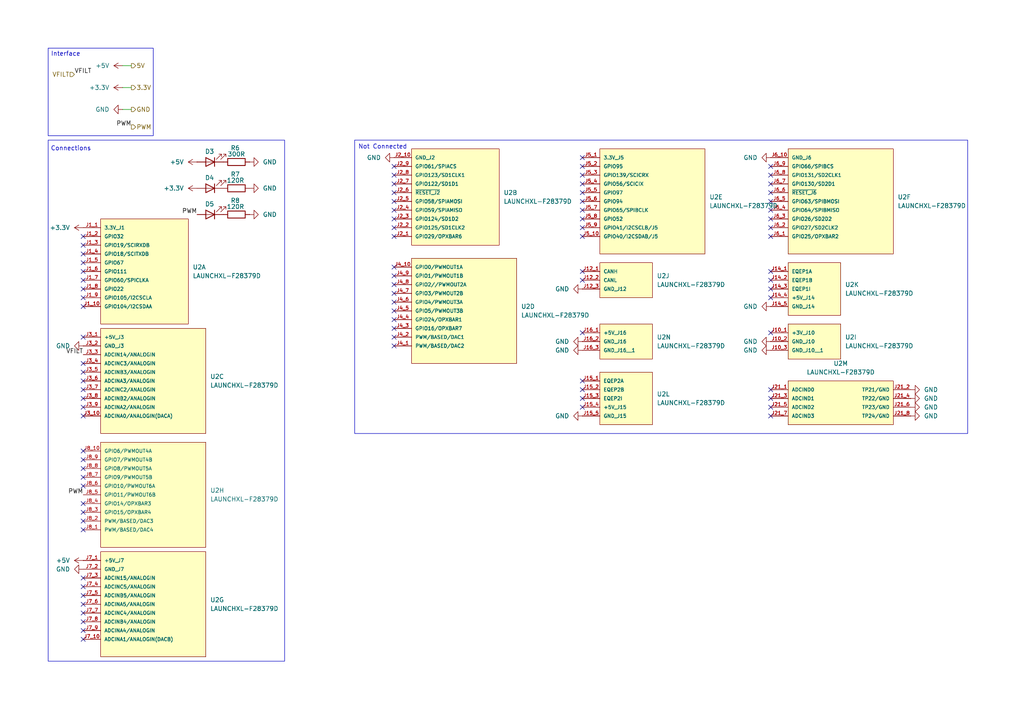
<source format=kicad_sch>
(kicad_sch (version 20231120) (generator "eeschema") (generator_version "8.0")
  (paper "A4")
  (title_block (title "Fullmetal Buck Converter") (date "2025-03-01") (rev "v0") (company "Manveer Aujla"))
  (lib_symbols
    (symbol "Device:R" (pin_numbers hide) (pin_names (offset 0))
      (property "Reference" "R" (at 2.032 0 90))
      (property "Value" "R" (at 0 0 90))
      (symbol "R_0_1"
        (rectangle (start -1.016 -2.54) (end 1.016 2.54) (stroke (width 0.254)))
      )
      (symbol "R_1_1"
        (pin passive line (at 0 3.81 270) (length 1.27) (name "~") (number "1"))
        (pin passive line (at 0 -3.81 90) (length 1.27) (name "~") (number "2"))
      )
    )
    (symbol "LAUNCHXL-F28379D:LAUNCHXL-F28379D" (pin_names (offset 1.016))
      (property "Reference" "U" (at -12.2428 15.9258 0))
      (property "Value" "LAUNCHXL-F28379D" (at -12.7 -17.272 0))
      (symbol "LAUNCHXL-F28379D_1_0"
        (rectangle (start -12.7 -15.24) (end 12.7 15.24) (stroke (width 0.1524)) (fill (type background)))
        (pin power_in line (at -17.78 12.7 0) (length 5.08) (name "3.3V_J1") (number "J1_1"))
        (pin bidirectional line (at -17.78 -10.16 0) (length 5.08) (name "GPIO104/I2CSDAA") (number "J1_10"))
        (pin bidirectional line (at -17.78 10.16 0) (length 5.08) (name "GPIO32") (number "J1_2"))
        (pin bidirectional line (at -17.78 7.62 0) (length 5.08) (name "GPIO19/SCIRXDB") (number "J1_3"))
        (pin bidirectional line (at -17.78 5.08 0) (length 5.08) (name "GPIO18/SCITXDB") (number "J1_4"))
        (pin bidirectional line (at -17.78 2.54 0) (length 5.08) (name "GPIO67") (number "J1_5"))
        (pin bidirectional line (at -17.78 0 0) (length 5.08) (name "GPIO111") (number "J1_6"))
        (pin bidirectional line (at -17.78 -2.54 0) (length 5.08) (name "GPIO60/SPICLKA") (number "J1_7"))
        (pin bidirectional line (at -17.78 -5.08 0) (length 5.08) (name "GPIO22") (number "J1_8"))
        (pin bidirectional line (at -17.78 -7.62 0) (length 5.08) (name "GPIO105/I2CSCLA") (number "J1_9"))
      )
      (symbol "LAUNCHXL-F28379D_2_0"
        (rectangle (start -12.7 -12.7) (end 12.7 15.24) (stroke (width 0.1524)) (fill (type background)))
        (pin bidirectional line (at -17.78 -10.16 0) (length 5.08) (name "GPIO29/OPXBAR6") (number "J2_1"))
        (pin power_in line (at -17.78 12.7 0) (length 5.08) (name "GND_J2") (number "J2_10"))
        (pin bidirectional line (at -17.78 -7.62 0) (length 5.08) (name "GPIO125/SD1CLK2") (number "J2_2"))
        (pin bidirectional line (at -17.78 -5.08 0) (length 5.08) (name "GPIO124/SD1D2") (number "J2_3"))
        (pin bidirectional line (at -17.78 -2.54 0) (length 5.08) (name "GPIO59/SPIAMISO") (number "J2_4"))
        (pin bidirectional line (at -17.78 0 0) (length 5.08) (name "GPIO58/SPIAMOSI") (number "J2_5"))
        (pin bidirectional line (at -17.78 2.54 0) (length 5.08) (name "~{RESET_J2}") (number "J2_6"))
        (pin bidirectional line (at -17.78 5.08 0) (length 5.08) (name "GPIO122/SD1D1") (number "J2_7"))
        (pin bidirectional line (at -17.78 7.62 0) (length 5.08) (name "GPIO123/SD1CLK1") (number "J2_8"))
        (pin bidirectional line (at -17.78 10.16 0) (length 5.08) (name "GPIO61/SPIACS") (number "J2_9"))
      )
      (symbol "LAUNCHXL-F28379D_3_0"
        (rectangle (start -15.24 -15.24) (end 15.24 15.24) (stroke (width 0.1524)) (fill (type background)))
        (pin power_in line (at -20.32 12.7 0) (length 5.08) (name "+5V_J3") (number "J3_1"))
        (pin bidirectional line (at -20.32 -10.16 0) (length 5.08) (name "ADCINA0/ANALOGIN(DACA)") (number "J3_10"))
        (pin power_in line (at -20.32 10.16 0) (length 5.08) (name "GND_J3") (number "J3_2"))
        (pin bidirectional line (at -20.32 7.62 0) (length 5.08) (name "ADCIN14/ANALOGIN") (number "J3_3"))
        (pin bidirectional line (at -20.32 5.08 0) (length 5.08) (name "ADCINC3/ANALOGIN") (number "J3_4"))
        (pin bidirectional line (at -20.32 2.54 0) (length 5.08) (name "ADCINB3/ANALOGIN") (number "J3_5"))
        (pin bidirectional line (at -20.32 0 0) (length 5.08) (name "ADCINA3/ANALOGIN") (number "J3_6"))
        (pin bidirectional line (at -20.32 -2.54 0) (length 5.08) (name "ADCINC2/ANALOGIN") (number "J3_7"))
        (pin bidirectional line (at -20.32 -5.08 0) (length 5.08) (name "ADCINB2/ANALOGIN") (number "J3_8"))
        (pin bidirectional line (at -20.32 -7.62 0) (length 5.08) (name "ADCINA2/ANALOGIN") (number "J3_9"))
      )
      (symbol "LAUNCHXL-F28379D_4_0"
        (rectangle (start -15.24 -15.24) (end 15.24 15.24) (stroke (width 0.1524)) (fill (type background)))
        (pin bidirectional line (at -20.32 -10.16 0) (length 5.08) (name "PWM/BASED/DAC2") (number "J4_1"))
        (pin bidirectional line (at -20.32 12.7 0) (length 5.08) (name "GPIO0/PWMOUT1A") (number "J4_10"))
        (pin bidirectional line (at -20.32 -7.62 0) (length 5.08) (name "PWM/BASED/DAC1") (number "J4_2"))
        (pin bidirectional line (at -20.32 -5.08 0) (length 5.08) (name "GPIO16/OPXBAR7") (number "J4_3"))
        (pin bidirectional line (at -20.32 -2.54 0) (length 5.08) (name "GPIO24/OPXBAR1") (number "J4_4"))
        (pin bidirectional line (at -20.32 0 0) (length 5.08) (name "GPIO5/PWMOUT3B") (number "J4_5"))
        (pin bidirectional line (at -20.32 2.54 0) (length 5.08) (name "GPIO4/PWMOUT3A") (number "J4_6"))
        (pin bidirectional line (at -20.32 5.08 0) (length 5.08) (name "GPIO3/PWMOUT2B") (number "J4_7"))
        (pin bidirectional line (at -20.32 7.62 0) (length 5.08) (name "GPIO2//PWMOUT2A") (number "J4_8"))
        (pin bidirectional line (at -20.32 10.16 0) (length 5.08) (name "GPIO1/PWMOUT1B") (number "J4_9"))
      )
      (symbol "LAUNCHXL-F28379D_5_0"
        (rectangle (start -15.24 -15.24) (end 15.24 15.24) (stroke (width 0.1524)) (fill (type background)))
        (pin power_in line (at -20.32 12.7 0) (length 5.08) (name "3.3V_J5") (number "J5_1"))
        (pin bidirectional line (at -20.32 -10.16 0) (length 5.08) (name "GPIO40/I2CSDAB/J5") (number "J5_10"))
        (pin bidirectional line (at -20.32 10.16 0) (length 5.08) (name "GPIO95") (number "J5_2"))
        (pin bidirectional line (at -20.32 7.62 0) (length 5.08) (name "GPIO139/SCICRX") (number "J5_3"))
        (pin bidirectional line (at -20.32 5.08 0) (length 5.08) (name "GPIO56/SCICIX") (number "J5_4"))
        (pin bidirectional line (at -20.32 2.54 0) (length 5.08) (name "GPIO97") (number "J5_5"))
        (pin bidirectional line (at -20.32 0 0) (length 5.08) (name "GPIO94") (number "J5_6"))
        (pin bidirectional line (at -20.32 -2.54 0) (length 5.08) (name "GPIO65/SPIBCLK") (number "J5_7"))
        (pin bidirectional line (at -20.32 -5.08 0) (length 5.08) (name "GPIO52") (number "J5_8"))
        (pin bidirectional line (at -20.32 -7.62 0) (length 5.08) (name "GPIO41/I2CSCLB/J5") (number "J5_9"))
      )
      (symbol "LAUNCHXL-F28379D_6_0"
        (rectangle (start -15.24 -15.24) (end 15.24 15.24) (stroke (width 0.1524)) (fill (type background)))
        (pin bidirectional line (at -20.32 -10.16 0) (length 5.08) (name "GPIO25/OPXBAR2") (number "J6_1"))
        (pin power_in line (at -20.32 12.7 0) (length 5.08) (name "GND_J6") (number "J6_10"))
        (pin bidirectional line (at -20.32 -7.62 0) (length 5.08) (name "GPIO27/SD2CLK2") (number "J6_2"))
        (pin bidirectional line (at -20.32 -5.08 0) (length 5.08) (name "GPIO26/SD2D2") (number "J6_3"))
        (pin bidirectional line (at -20.32 -2.54 0) (length 5.08) (name "GPIO64/SPIBMISO") (number "J6_4"))
        (pin bidirectional line (at -20.32 0 0) (length 5.08) (name "GPIO63/SPIBMOSI") (number "J6_5"))
        (pin bidirectional line (at -20.32 2.54 0) (length 5.08) (name "~{RESET_J6}") (number "J6_6"))
        (pin bidirectional line (at -20.32 5.08 0) (length 5.08) (name "GPIO130/SD2D1") (number "J6_7"))
        (pin bidirectional line (at -20.32 7.62 0) (length 5.08) (name "GPIO131/SD2CLK1") (number "J6_8"))
        (pin bidirectional line (at -20.32 10.16 0) (length 5.08) (name "GPIO66/SPIBCS") (number "J6_9"))
      )
      (symbol "LAUNCHXL-F28379D_7_0"
        (rectangle (start -15.24 -15.24) (end 15.24 15.24) (stroke (width 0.1524)) (fill (type background)))
        (pin power_in line (at -20.32 12.7 0) (length 5.08) (name "+5V_J7") (number "J7_1"))
        (pin bidirectional line (at -20.32 -10.16 0) (length 5.08) (name "ADCINA1/ANALOGIN(DACB)") (number "J7_10"))
        (pin power_in line (at -20.32 10.16 0) (length 5.08) (name "GND_J7") (number "J7_2"))
        (pin bidirectional line (at -20.32 7.62 0) (length 5.08) (name "ADCIN15/ANALOGIN") (number "J7_3"))
        (pin bidirectional line (at -20.32 5.08 0) (length 5.08) (name "ADCINC5/ANALOGIN") (number "J7_4"))
        (pin bidirectional line (at -20.32 2.54 0) (length 5.08) (name "ADCINB5/ANALOGIN") (number "J7_5"))
        (pin bidirectional line (at -20.32 0 0) (length 5.08) (name "ADCINA5/ANALOGIN") (number "J7_6"))
        (pin bidirectional line (at -20.32 -2.54 0) (length 5.08) (name "ADCINC4/ANALOGIN") (number "J7_7"))
        (pin bidirectional line (at -20.32 -5.08 0) (length 5.08) (name "ADCINB4/ANALOGIN") (number "J7_8"))
        (pin bidirectional line (at -20.32 -7.62 0) (length 5.08) (name "ADCINA4/ANALOGIN") (number "J7_9"))
      )
      (symbol "LAUNCHXL-F28379D_8_0"
        (rectangle (start -15.24 -15.24) (end 15.24 15.24) (stroke (width 0.1524)) (fill (type background)))
        (pin bidirectional line (at -20.32 -10.16 0) (length 5.08) (name "PWM/BASED/DAC4") (number "J8_1"))
        (pin bidirectional line (at -20.32 12.7 0) (length 5.08) (name "GPIO6/PWMOUT4A") (number "J8_10"))
        (pin bidirectional line (at -20.32 -7.62 0) (length 5.08) (name "PWM/BASED/DAC3") (number "J8_2"))
        (pin bidirectional line (at -20.32 -5.08 0) (length 5.08) (name "GPIO15/OPXBAR4") (number "J8_3"))
        (pin bidirectional line (at -20.32 -2.54 0) (length 5.08) (name "GPIO14/OPXBAR3") (number "J8_4"))
        (pin bidirectional line (at -20.32 0 0) (length 5.08) (name "GPIO11/PWMOUT6B") (number "J8_5"))
        (pin bidirectional line (at -20.32 2.54 0) (length 5.08) (name "GPIO10/PWMOUT6A") (number "J8_6"))
        (pin bidirectional line (at -20.32 5.08 0) (length 5.08) (name "GPIO9/PWMOUT5B") (number "J8_7"))
        (pin bidirectional line (at -20.32 7.62 0) (length 5.08) (name "GPIO8/PWMOUT5A") (number "J8_8"))
        (pin bidirectional line (at -20.32 10.16 0) (length 5.08) (name "GPIO7/PWMOUT4B") (number "J8_9"))
      )
      (symbol "LAUNCHXL-F28379D_9_0"
        (rectangle (start -7.62 -7.62) (end 7.62 2.54) (stroke (width 0.1524)) (fill (type background)))
        (pin power_in line (at -12.7 0 0) (length 5.08) (name "+3V_J10") (number "J10_1"))
        (pin power_in line (at -12.7 -2.54 0) (length 5.08) (name "GND_J10") (number "J10_2"))
        (pin power_in line (at -12.7 -5.08 0) (length 5.08) (name "GND_J10__1") (number "J10_3"))
      )
      (symbol "LAUNCHXL-F28379D_10_0"
        (rectangle (start -7.62 -5.08) (end 7.62 5.08) (stroke (width 0.1524)) (fill (type background)))
        (pin bidirectional line (at -12.7 2.54 0) (length 5.08) (name "CANH") (number "J12_1"))
        (pin bidirectional line (at -12.7 0 0) (length 5.08) (name "CANL") (number "J12_2"))
        (pin power_in line (at -12.7 -2.54 0) (length 5.08) (name "GND_J12") (number "J12_3"))
      )
      (symbol "LAUNCHXL-F28379D_11_0"
        (rectangle (start -7.62 -7.62) (end 7.62 7.62) (stroke (width 0.1524)) (fill (type background)))
        (pin bidirectional line (at -12.7 5.08 0) (length 5.08) (name "EQEP1A") (number "J14_1"))
        (pin bidirectional line (at -12.7 2.54 0) (length 5.08) (name "EQEP1B") (number "J14_2"))
        (pin bidirectional line (at -12.7 0 0) (length 5.08) (name "EQEP1I") (number "J14_3"))
        (pin power_in line (at -12.7 -2.54 0) (length 5.08) (name "+5V_J14") (number "J14_4"))
        (pin power_in line (at -12.7 -5.08 0) (length 5.08) (name "GND_J14") (number "J14_5"))
      )
      (symbol "LAUNCHXL-F28379D_12_0"
        (rectangle (start -7.62 -7.62) (end 7.62 7.62) (stroke (width 0.1524)) (fill (type background)))
        (pin bidirectional line (at -12.7 5.08 0) (length 5.08) (name "EQEP2A") (number "J15_1"))
        (pin bidirectional line (at -12.7 2.54 0) (length 5.08) (name "EQEP2B") (number "J15_2"))
        (pin bidirectional line (at -12.7 0 0) (length 5.08) (name "EQEP2I") (number "J15_3"))
        (pin power_in line (at -12.7 -2.54 0) (length 5.08) (name "+5V_J15") (number "J15_4"))
        (pin power_in line (at -12.7 -5.08 0) (length 5.08) (name "GND_J15") (number "J15_5"))
      )
      (symbol "LAUNCHXL-F28379D_13_0"
        (rectangle (start -15.24 -7.62) (end 15.24 5.08) (stroke (width 0.1524)) (fill (type background)))
        (pin input line (at -20.32 2.54 0) (length 5.08) (name "ADCIND0") (number "J21_1"))
        (pin power_in line (at 20.32 2.54 180) (length 5.08) (name "TP21/GND") (number "J21_2"))
        (pin input line (at -20.32 0 0) (length 5.08) (name "ADCIND1") (number "J21_3"))
        (pin power_in line (at 20.32 0 180) (length 5.08) (name "TP22/GND") (number "J21_4"))
        (pin input line (at -20.32 -2.54 0) (length 5.08) (name "ADCIND2") (number "J21_5"))
        (pin power_in line (at 20.32 -2.54 180) (length 5.08) (name "TP23/GND") (number "J21_6"))
        (pin input line (at -20.32 -5.08 0) (length 5.08) (name "ADCIND3") (number "J21_7"))
        (pin power_in line (at 20.32 -5.08 180) (length 5.08) (name "TP24/GND") (number "J21_8"))
      )
      (symbol "LAUNCHXL-F28379D_14_0"
        (rectangle (start -7.62 -5.08) (end 7.62 5.08) (stroke (width 0.1524)) (fill (type background)))
        (pin power_in line (at -12.7 2.54 0) (length 5.08) (name "+5V_J16") (number "J16_1"))
        (pin power_in line (at -12.7 0 0) (length 5.08) (name "GND_J16") (number "J16_2"))
        (pin power_in line (at -12.7 -2.54 0) (length 5.08) (name "GND_J16__1") (number "J16_3"))
      )
    )
    (symbol "LED:IR26-21C_L110_TR8" (pin_numbers hide) (pin_names (offset 1.016) hide)
      (property "Reference" "D" (at 0 2.54 0))
      (property "Value" "IR26-21C_L110_TR8" (at 0 -3.81 0))
      (symbol "IR26-21C_L110_TR8_0_1"
        (polyline (pts (xy -1.27 -1.27) (xy -1.27 1.27)) (stroke (width 0.254)))
        (polyline (pts (xy -1.27 0) (xy 1.27 0)))
        (polyline (pts (xy 1.27 -1.27) (xy 1.27 1.27) (xy -1.27 0) (xy 1.27 -1.27)) (stroke (width 0.254)))
        (polyline (pts (xy -3.048 -0.762) (xy -4.572 -2.286) (xy -3.81 -2.286) (xy -4.572 -2.286) (xy -4.572 -1.524)))
        (polyline (pts (xy -1.778 -0.762) (xy -3.302 -2.286) (xy -2.54 -2.286) (xy -3.302 -2.286) (xy -3.302 -1.524)))
      )
      (symbol "IR26-21C_L110_TR8_1_1"
        (pin passive line (at -3.81 0 0) (length 2.54) (name "K") (number "1"))
        (pin passive line (at 3.81 0 180) (length 2.54) (name "A") (number "2"))
      )
    )
    (symbol "power:+3.3V" (power) (pin_numbers hide) (pin_names (offset 0) hide)
      (property "Value" "+3.3V" (at 0 3.556 0))
      (symbol "+3.3V_0_1"
        (polyline (pts (xy -0.762 1.27) (xy 0 2.54)))
        (polyline (pts (xy 0 0) (xy 0 2.54)))
        (polyline (pts (xy 0 2.54) (xy 0.762 1.27)))
      )
      (symbol "+3.3V_1_1"
        (pin power_in line (at 0 0 90) (length 0) (name "~") (number "1"))
      )
    )
    (symbol "power:+5V" (power) (pin_numbers hide) (pin_names (offset 0) hide)
      (property "Value" "+5V" (at 0 3.556 0))
      (symbol "+5V_0_1"
        (polyline (pts (xy -0.762 1.27) (xy 0 2.54)))
        (polyline (pts (xy 0 0) (xy 0 2.54)))
        (polyline (pts (xy 0 2.54) (xy 0.762 1.27)))
      )
      (symbol "+5V_1_1"
        (pin power_in line (at 0 0 90) (length 0) (name "~") (number "1"))
      )
    )
    (symbol "power:GND" (power) (pin_numbers hide) (pin_names (offset 0) hide)
      (property "Value" "GND" (at 0 -3.81 0))
      (symbol "GND_0_1"
        (polyline (pts (xy 0 0) (xy 0 -1.27) (xy 1.27 -1.27) (xy 0 -2.54) (xy -1.27 -1.27) (xy 0 -1.27)))
      )
      (symbol "GND_1_1"
        (pin power_in line (at 0 0 270) (length 0) (name "~") (number "1"))
      )
    )
  )
  (no_connect (at 24.13 153.67))
  (no_connect (at 24.13 151.13))
  (no_connect (at 168.91 113.03))
  (no_connect (at 24.13 113.03))
  (no_connect (at 114.3 92.71))
  (no_connect (at 24.13 182.88))
  (no_connect (at 24.13 140.97))
  (no_connect (at 114.3 55.88))
  (no_connect (at 24.13 148.59))
  (no_connect (at 114.3 90.17))
  (no_connect (at 24.13 86.36))
  (no_connect (at 114.3 80.01))
  (no_connect (at 223.52 53.34))
  (no_connect (at 24.13 135.89))
  (no_connect (at 223.52 66.04))
  (no_connect (at 168.91 118.11))
  (no_connect (at 24.13 130.81))
  (no_connect (at 114.3 48.26))
  (no_connect (at 24.13 76.2))
  (no_connect (at 24.13 107.95))
  (no_connect (at 168.91 96.52))
  (no_connect (at 24.13 97.79))
  (no_connect (at 24.13 167.64))
  (no_connect (at 24.13 175.26))
  (no_connect (at 168.91 78.74))
  (no_connect (at 223.52 55.88))
  (no_connect (at 223.52 96.52))
  (no_connect (at 24.13 172.72))
  (no_connect (at 114.3 68.58))
  (no_connect (at 223.52 58.42))
  (no_connect (at 114.3 97.79))
  (no_connect (at 223.52 63.5))
  (no_connect (at 114.3 58.42))
  (no_connect (at 168.91 60.96))
  (no_connect (at 24.13 146.05))
  (no_connect (at 114.3 82.55))
  (no_connect (at 168.91 53.34))
  (no_connect (at 168.91 66.04))
  (no_connect (at 168.91 45.72))
  (no_connect (at 223.52 118.11))
  (no_connect (at 223.52 83.82))
  (no_connect (at 223.52 78.74))
  (no_connect (at 24.13 118.11))
  (no_connect (at 24.13 133.35))
  (no_connect (at 114.3 77.47))
  (no_connect (at 24.13 185.42))
  (no_connect (at 24.13 170.18))
  (no_connect (at 24.13 180.34))
  (no_connect (at 114.3 60.96))
  (no_connect (at 223.52 120.65))
  (no_connect (at 24.13 105.41))
  (no_connect (at 223.52 115.57))
  (no_connect (at 114.3 66.04))
  (no_connect (at 24.13 177.8))
  (no_connect (at 114.3 53.34))
  (no_connect (at 168.91 48.26))
  (no_connect (at 24.13 73.66))
  (no_connect (at 114.3 87.63))
  (no_connect (at 168.91 55.88))
  (no_connect (at 223.52 68.58))
  (no_connect (at 168.91 110.49))
  (no_connect (at 223.52 48.26))
  (no_connect (at 168.91 115.57))
  (no_connect (at 114.3 85.09))
  (no_connect (at 223.52 113.03))
  (no_connect (at 24.13 88.9))
  (no_connect (at 114.3 50.8))
  (no_connect (at 223.52 81.28))
  (no_connect (at 223.52 86.36))
  (no_connect (at 24.13 120.65))
  (no_connect (at 24.13 83.82))
  (no_connect (at 114.3 63.5))
  (no_connect (at 24.13 68.58))
  (no_connect (at 24.13 138.43))
  (no_connect (at 223.52 50.8))
  (no_connect (at 24.13 115.57))
  (no_connect (at 114.3 95.25))
  (no_connect (at 168.91 68.58))
  (no_connect (at 24.13 78.74))
  (no_connect (at 24.13 71.12))
  (no_connect (at 168.91 63.5))
  (no_connect (at 168.91 50.8))
  (no_connect (at 168.91 81.28))
  (no_connect (at 114.3 100.33))
  (no_connect (at 24.13 110.49))
  (no_connect (at 223.52 60.96))
  (no_connect (at 168.91 58.42))
  (no_connect (at 24.13 81.28))
  (wire (pts (xy 35.56 31.75) (xy 38.1 31.75)))
  (wire (pts (xy 35.56 25.4) (xy 38.1 25.4)))
  (wire (pts (xy 35.56 19.05) (xy 38.1 19.05)))
  (rectangle (start 13.97 40.64) (end 82.55 191.77))
  (rectangle (start 13.97 13.97) (end 44.45 39.37))
  (rectangle (start 102.87 40.64) (end 280.67 125.73))
  (text "Interface\n" (at 19.05 15.748 0) (effects (font (size 1.27 1.27))))
  (text "Not Connected\n" (at 110.998 42.672 0) (effects (font (size 1.27 1.27))))
  (text "Connections\n" (at 20.574 43.18 0) (effects (font (size 1.27 1.27))))
  (label "VFILT" (at 21.59 21.59 0))
  (label "PWM" (at 57.15 62.23 180))
  (label "VFILT" (at 24.13 102.87 180))
  (label "PWM" (at 38.1 36.83 180))
  (label "PWM" (at 24.13 143.51 180))
  (hierarchical_label "3.3V" (shape output) (at 38.1 25.4 0))
  (hierarchical_label "PWM" (shape output) (at 38.1 36.83 0))
  (hierarchical_label "5V" (shape output) (at 38.1 19.05 0))
  (hierarchical_label "VFILT" (shape input) (at 21.59 21.59 180))
  (hierarchical_label "GND" (shape output) (at 38.1 31.75 0))
  (symbol (lib_id "LED:IR26-21C_L110_TR8") (at 60.96 46.99 180) (unit 1)
    (property "Reference" "D3" (at 59.436 43.942 0) (effects (justify right)))
    (property "Value" "LTST-C150GKT" (effects (hide yes)))
    (property "Footprint" "LED_SMD:LED_1206_3216Metric_Pad1.42x1.75mm_HandSolder" (effects (hide yes)))
    (property "Datasheet" "https://optoelectronics.liteon.com/upload/download/DS-22-98-0004/LTST-C150GKT.pdf" (effects (hide yes)))
    (property "Description" "Green 569nm LED Indication - Discrete 2.1V" (effects (hide yes)))
    (property "Part Number" "LTST-C150GKT" (effects (hide yes)))
  )
  (symbol (lib_id "power:GND") (at 24.13 165.1 270) (unit 1)
    (property "Reference" "#PWR025" (effects (hide yes)))
    (property "Value" "GND" (at 20.32 165.0999 90) (effects (justify right)))
    (property "Description" "Power symbol creates a global label with name \"GND\" , ground" (effects (hide yes)))
  )
  (symbol (lib_id "power:GND") (at 223.52 88.9 270) (unit 1)
    (property "Reference" "#PWR035" (effects (hide yes)))
    (property "Value" "GND" (at 219.71 88.8999 90) (effects (justify right)))
    (property "Description" "Power symbol creates a global label with name \"GND\" , ground" (effects (hide yes)))
  )
  (symbol (lib_id "power:GND") (at 168.91 83.82 270) (unit 1)
    (property "Reference" "#PWR034" (effects (hide yes)))
    (property "Value" "GND" (at 165.1 83.8199 90) (effects (justify right)))
    (property "Description" "Power symbol creates a global label with name \"GND\" , ground" (effects (hide yes)))
  )
  (symbol (lib_id "power:GND") (at 72.39 62.23 90) (unit 1)
    (property "Reference" "#PWR048" (effects (hide yes)))
    (property "Value" "GND" (at 76.2 62.2299 90) (effects (justify right)))
    (property "Description" "Power symbol creates a global label with name \"GND\" , ground" (effects (hide yes)))
  )
  (symbol (lib_id "power:GND") (at 168.91 101.6 270) (unit 1)
    (property "Reference" "#PWR033" (effects (hide yes)))
    (property "Value" "GND" (at 165.1 101.5999 90) (effects (justify right)))
    (property "Description" "Power symbol creates a global label with name \"GND\" , ground" (effects (hide yes)))
  )
  (symbol (lib_id "LAUNCHXL-F28379D:LAUNCHXL-F28379D") (at 44.45 110.49 0) (unit 3)
    (property "Reference" "U2" (at 60.96 109.2199 0) (effects (justify left)))
    (property "Value" "LAUNCHXL-F28379D" (at 60.96 111.7599 0) (effects (justify left)))
    (property "Footprint" "LAUNCHXL_F28379D:MOD_LAUNCHXL-F28379D" (effects (hide yes)))
    (property "Description" "MCU Launchpad" (effects (hide yes)))
    (property "PARTREV" "2.0" (effects (hide yes)))
    (property "STANDARD" "Manufacturer Recommendations" (effects (hide yes)))
    (property "MANUFACTURER" "Texas Instruments" (effects (hide yes)))
    (property "Part Number" "LAUNCHXL-F28379D" (effects (hide yes)))
  )
  (symbol (lib_id "Device:R") (at 68.58 46.99 90) (unit 1)
    (property "Reference" "R6" (at 69.596 42.926 90) (effects (justify left)))
    (property "Value" "300R" (at 71.12 44.704 90) (effects (justify left)))
    (property "Footprint" "Resistor_SMD:R_0805_2012Metric_Pad1.20x1.40mm_HandSolder" (effects (hide yes)))
    (property "Datasheet" "https://www.seielect.com/catalog/sei-rmcf_rmcp.pdf" (effects (hide yes)))
    (property "Description" "300 Ohms ±5% 0.125W, 1/8W Chip Resistor 0805 (2012 Metric) Automotive AEC-Q200 Thick Film" (effects (hide yes)))
    (property "Part Number" "RMCF0805JT300R" (effects (hide yes)))
  )
  (symbol (lib_id "LED:IR26-21C_L110_TR8") (at 60.96 54.61 180) (unit 1)
    (property "Reference" "D4" (at 59.436 51.562 0) (effects (justify right)))
    (property "Value" "LTST-C150GKT" (effects (hide yes)))
    (property "Footprint" "LED_SMD:LED_1206_3216Metric_Pad1.42x1.75mm_HandSolder" (effects (hide yes)))
    (property "Datasheet" "https://optoelectronics.liteon.com/upload/download/DS-22-98-0004/LTST-C150GKT.pdf" (effects (hide yes)))
    (property "Description" "Green 569nm LED Indication - Discrete 2.1V" (effects (hide yes)))
    (property "Part Number" "LTST-C150GKT" (effects (hide yes)))
  )
  (symbol (lib_id "power:GND") (at 223.52 45.72 270) (unit 1)
    (property "Reference" "#PWR037" (effects (hide yes)))
    (property "Value" "GND" (at 219.71 45.7199 90) (effects (justify right)))
    (property "Description" "Power symbol creates a global label with name \"GND\" , ground" (effects (hide yes)))
  )
  (symbol (lib_id "power:GND") (at 168.91 120.65 270) (unit 1)
    (property "Reference" "#PWR036" (effects (hide yes)))
    (property "Value" "GND" (at 165.1 120.6499 90) (effects (justify right)))
    (property "Description" "Power symbol creates a global label with name \"GND\" , ground" (effects (hide yes)))
  )
  (symbol (lib_id "power:+3.3V") (at 24.13 66.04 90) (unit 1)
    (property "Reference" "#PWR021" (effects (hide yes)))
    (property "Value" "+3.3V" (at 20.32 66.0399 90) (effects (justify left)))
    (property "Description" "Power symbol creates a global label with name \"+3.3V\"" (effects (hide yes)))
  )
  (symbol (lib_id "LAUNCHXL-F28379D:LAUNCHXL-F28379D") (at 134.62 90.17 0) (unit 4)
    (property "Reference" "U2" (at 151.13 88.8999 0) (effects (justify left)))
    (property "Value" "LAUNCHXL-F28379D" (at 151.13 91.4399 0) (effects (justify left)))
    (property "Footprint" "LAUNCHXL_F28379D:MOD_LAUNCHXL-F28379D" (effects (hide yes)))
    (property "Description" "MCU Launchpad" (effects (hide yes)))
    (property "PARTREV" "2.0" (effects (hide yes)))
    (property "STANDARD" "Manufacturer Recommendations" (effects (hide yes)))
    (property "MANUFACTURER" "Texas Instruments" (effects (hide yes)))
    (property "Part Number" "LAUNCHXL-F28379D" (effects (hide yes)))
  )
  (symbol (lib_id "power:GND") (at 114.3 45.72 270) (unit 1)
    (property "Reference" "#PWR023" (effects (hide yes)))
    (property "Value" "GND" (at 110.49 45.7199 90) (effects (justify right)))
    (property "Description" "Power symbol creates a global label with name \"GND\" , ground" (effects (hide yes)))
  )
  (symbol (lib_id "power:GND") (at 24.13 100.33 270) (unit 1)
    (property "Reference" "#PWR024" (effects (hide yes)))
    (property "Value" "GND" (at 20.32 100.3299 90) (effects (justify right)))
    (property "Description" "Power symbol creates a global label with name \"GND\" , ground" (effects (hide yes)))
  )
  (symbol (lib_id "LAUNCHXL-F28379D:LAUNCHXL-F28379D") (at 181.61 99.06 0) (unit 14)
    (property "Reference" "U2" (at 190.5 97.7899 0) (effects (justify left)))
    (property "Value" "LAUNCHXL-F28379D" (at 190.5 100.3299 0) (effects (justify left)))
    (property "Footprint" "LAUNCHXL_F28379D:MOD_LAUNCHXL-F28379D" (effects (hide yes)))
    (property "Description" "MCU Launchpad" (effects (hide yes)))
    (property "PARTREV" "2.0" (effects (hide yes)))
    (property "STANDARD" "Manufacturer Recommendations" (effects (hide yes)))
    (property "MANUFACTURER" "Texas Instruments" (effects (hide yes)))
    (property "Part Number" "LAUNCHXL-F28379D" (effects (hide yes)))
  )
  (symbol (lib_id "power:GND") (at 72.39 54.61 90) (unit 1)
    (property "Reference" "#PWR047" (effects (hide yes)))
    (property "Value" "GND" (at 76.2 54.6099 90) (effects (justify right)))
    (property "Description" "Power symbol creates a global label with name \"GND\" , ground" (effects (hide yes)))
  )
  (symbol (lib_id "LAUNCHXL-F28379D:LAUNCHXL-F28379D") (at 41.91 78.74 0) (unit 1)
    (property "Reference" "U2" (at 55.88 77.4699 0) (effects (justify left)))
    (property "Value" "LAUNCHXL-F28379D" (at 55.88 80.0099 0) (effects (justify left)))
    (property "Footprint" "LAUNCHXL_F28379D:MOD_LAUNCHXL-F28379D" (effects (hide yes)))
    (property "Description" "MCU Launchpad" (effects (hide yes)))
    (property "PARTREV" "2.0" (effects (hide yes)))
    (property "STANDARD" "Manufacturer Recommendations" (effects (hide yes)))
    (property "MANUFACTURER" "Texas Instruments" (effects (hide yes)))
    (property "Part Number" "LAUNCHXL-F28379D" (effects (hide yes)))
  )
  (symbol (lib_id "Device:R") (at 68.58 62.23 90) (unit 1)
    (property "Reference" "R8" (at 69.596 58.166 90) (effects (justify left)))
    (property "Value" "120R" (at 70.866 59.944 90) (effects (justify left)))
    (property "Footprint" "Resistor_SMD:R_0805_2012Metric_Pad1.20x1.40mm_HandSolder" (effects (hide yes)))
    (property "Datasheet" "https://www.seielect.com/catalog/sei-rmcf_rmcp.pdf" (effects (hide yes)))
    (property "Description" "120 Ohms ±1% 0.125W, 1/8W Chip Resistor 0805 (2012 Metric) Automotive AEC-Q200 Thick Film" (effects (hide yes)))
    (property "Part Number" "RMCF0805FT120R" (effects (hide yes)))
  )
  (symbol (lib_id "LAUNCHXL-F28379D:LAUNCHXL-F28379D") (at 44.45 143.51 0) (unit 8)
    (property "Reference" "U2" (at 60.96 142.2399 0) (effects (justify left)))
    (property "Value" "LAUNCHXL-F28379D" (at 60.96 144.7799 0) (effects (justify left)))
    (property "Footprint" "LAUNCHXL_F28379D:MOD_LAUNCHXL-F28379D" (effects (hide yes)))
    (property "Description" "MCU Launchpad" (effects (hide yes)))
    (property "PARTREV" "2.0" (effects (hide yes)))
    (property "STANDARD" "Manufacturer Recommendations" (effects (hide yes)))
    (property "MANUFACTURER" "Texas Instruments" (effects (hide yes)))
    (property "Part Number" "LAUNCHXL-F28379D" (effects (hide yes)))
  )
  (symbol (lib_id "LAUNCHXL-F28379D:LAUNCHXL-F28379D") (at 243.84 115.57 0) (unit 13)
    (property "Reference" "U2" (at 243.84 105.41 0))
    (property "Value" "LAUNCHXL-F28379D" (at 243.84 107.95 0))
    (property "Footprint" "LAUNCHXL_F28379D:MOD_LAUNCHXL-F28379D" (effects (hide yes)))
    (property "Description" "MCU Launchpad" (effects (hide yes)))
    (property "PARTREV" "2.0" (effects (hide yes)))
    (property "STANDARD" "Manufacturer Recommendations" (effects (hide yes)))
    (property "MANUFACTURER" "Texas Instruments" (effects (hide yes)))
    (property "Part Number" "LAUNCHXL-F28379D" (effects (hide yes)))
  )
  (symbol (lib_id "power:GND") (at 223.52 101.6 270) (unit 1)
    (property "Reference" "#PWR027" (effects (hide yes)))
    (property "Value" "GND" (at 219.71 101.5999 90) (effects (justify right)))
    (property "Description" "Power symbol creates a global label with name \"GND\" , ground" (effects (hide yes)))
  )
  (symbol (lib_id "power:GND") (at 223.52 99.06 270) (unit 1)
    (property "Reference" "#PWR026" (effects (hide yes)))
    (property "Value" "GND" (at 219.71 99.0599 90) (effects (justify right)))
    (property "Description" "Power symbol creates a global label with name \"GND\" , ground" (effects (hide yes)))
  )
  (symbol (lib_id "power:GND") (at 35.56 31.75 270) (unit 1)
    (property "Reference" "#PWR020" (effects (hide yes)))
    (property "Value" "GND" (at 31.75 31.7499 90) (effects (justify right)))
    (property "Description" "Power symbol creates a global label with name \"GND\" , ground" (effects (hide yes)))
  )
  (symbol (lib_id "power:+5V") (at 35.56 19.05 90) (unit 1)
    (property "Reference" "#PWR018" (effects (hide yes)))
    (property "Value" "+5V" (at 31.75 19.0499 90) (effects (justify left)))
    (property "Description" "Power symbol creates a global label with name \"+5V\"" (effects (hide yes)))
  )
  (symbol (lib_id "Device:R") (at 68.58 54.61 90) (unit 1)
    (property "Reference" "R7" (at 69.596 50.546 90) (effects (justify left)))
    (property "Value" "120R" (at 70.866 52.324 90) (effects (justify left)))
    (property "Footprint" "Resistor_SMD:R_0805_2012Metric_Pad1.20x1.40mm_HandSolder" (effects (hide yes)))
    (property "Datasheet" "https://www.seielect.com/catalog/sei-rmcf_rmcp.pdf" (effects (hide yes)))
    (property "Description" "120 Ohms ±1% 0.125W, 1/8W Chip Resistor 0805 (2012 Metric) Automotive AEC-Q200 Thick Film" (effects (hide yes)))
    (property "Part Number" "RMCF0805FT120R" (effects (hide yes)))
  )
  (symbol (lib_id "power:GND") (at 72.39 46.99 90) (unit 1)
    (property "Reference" "#PWR046" (effects (hide yes)))
    (property "Value" "GND" (at 76.2 46.9899 90) (effects (justify right)))
    (property "Description" "Power symbol creates a global label with name \"GND\" , ground" (effects (hide yes)))
  )
  (symbol (lib_id "power:GND") (at 168.91 99.06 270) (unit 1)
    (property "Reference" "#PWR032" (effects (hide yes)))
    (property "Value" "GND" (at 165.1 99.0599 90) (effects (justify right)))
    (property "Description" "Power symbol creates a global label with name \"GND\" , ground" (effects (hide yes)))
  )
  (symbol (lib_id "LAUNCHXL-F28379D:LAUNCHXL-F28379D") (at 44.45 175.26 0) (unit 7)
    (property "Reference" "U2" (at 60.96 173.9899 0) (effects (justify left)))
    (property "Value" "LAUNCHXL-F28379D" (at 60.96 176.5299 0) (effects (justify left)))
    (property "Footprint" "LAUNCHXL_F28379D:MOD_LAUNCHXL-F28379D" (effects (hide yes)))
    (property "Description" "MCU Launchpad" (effects (hide yes)))
    (property "PARTREV" "2.0" (effects (hide yes)))
    (property "STANDARD" "Manufacturer Recommendations" (effects (hide yes)))
    (property "MANUFACTURER" "Texas Instruments" (effects (hide yes)))
    (property "Part Number" "LAUNCHXL-F28379D" (effects (hide yes)))
  )
  (symbol (lib_id "power:+5V") (at 24.13 162.56 90) (unit 1)
    (property "Reference" "#PWR022" (effects (hide yes)))
    (property "Value" "+5V" (at 20.32 162.5599 90) (effects (justify left)))
    (property "Description" "Power symbol creates a global label with name \"+5V\"" (effects (hide yes)))
  )
  (symbol (lib_id "LAUNCHXL-F28379D:LAUNCHXL-F28379D") (at 181.61 81.28 0) (unit 10)
    (property "Reference" "U2" (at 190.5 80.0099 0) (effects (justify left)))
    (property "Value" "LAUNCHXL-F28379D" (at 190.5 82.5499 0) (effects (justify left)))
    (property "Footprint" "LAUNCHXL_F28379D:MOD_LAUNCHXL-F28379D" (effects (hide yes)))
    (property "Description" "MCU Launchpad" (effects (hide yes)))
    (property "PARTREV" "2.0" (effects (hide yes)))
    (property "STANDARD" "Manufacturer Recommendations" (effects (hide yes)))
    (property "MANUFACTURER" "Texas Instruments" (effects (hide yes)))
    (property "Part Number" "LAUNCHXL-F28379D" (effects (hide yes)))
  )
  (symbol (lib_id "LAUNCHXL-F28379D:LAUNCHXL-F28379D") (at 236.22 83.82 0) (unit 11)
    (property "Reference" "U2" (at 245.11 82.5499 0) (effects (justify left)))
    (property "Value" "LAUNCHXL-F28379D" (at 245.11 85.0899 0) (effects (justify left)))
    (property "Footprint" "LAUNCHXL_F28379D:MOD_LAUNCHXL-F28379D" (effects (hide yes)))
    (property "Description" "MCU Launchpad" (effects (hide yes)))
    (property "PARTREV" "2.0" (effects (hide yes)))
    (property "STANDARD" "Manufacturer Recommendations" (effects (hide yes)))
    (property "MANUFACTURER" "Texas Instruments" (effects (hide yes)))
    (property "Part Number" "LAUNCHXL-F28379D" (effects (hide yes)))
  )
  (symbol (lib_id "LAUNCHXL-F28379D:LAUNCHXL-F28379D") (at 132.08 58.42 0) (unit 2)
    (property "Reference" "U2" (at 146.05 55.8799 0) (effects (justify left)))
    (property "Value" "LAUNCHXL-F28379D" (at 146.05 58.4199 0) (effects (justify left)))
    (property "Footprint" "LAUNCHXL_F28379D:MOD_LAUNCHXL-F28379D" (effects (hide yes)))
    (property "Description" "MCU Launchpad" (effects (hide yes)))
    (property "PARTREV" "2.0" (effects (hide yes)))
    (property "STANDARD" "Manufacturer Recommendations" (effects (hide yes)))
    (property "MANUFACTURER" "Texas Instruments" (effects (hide yes)))
    (property "Part Number" "LAUNCHXL-F28379D" (effects (hide yes)))
  )
  (symbol (lib_id "power:GND") (at 264.16 115.57 90) (mirror x) (unit 1)
    (property "Reference" "#PWR029" (effects (hide yes)))
    (property "Value" "GND" (at 267.97 115.5699 90) (effects (justify right)))
    (property "Description" "Power symbol creates a global label with name \"GND\" , ground" (effects (hide yes)))
  )
  (symbol (lib_id "LAUNCHXL-F28379D:LAUNCHXL-F28379D") (at 181.61 115.57 0) (unit 12)
    (property "Reference" "U2" (at 190.5 114.2999 0) (effects (justify left)))
    (property "Value" "LAUNCHXL-F28379D" (at 190.5 116.8399 0) (effects (justify left)))
    (property "Footprint" "LAUNCHXL_F28379D:MOD_LAUNCHXL-F28379D" (effects (hide yes)))
    (property "Description" "MCU Launchpad" (effects (hide yes)))
    (property "PARTREV" "2.0" (effects (hide yes)))
    (property "STANDARD" "Manufacturer Recommendations" (effects (hide yes)))
    (property "MANUFACTURER" "Texas Instruments" (effects (hide yes)))
    (property "Part Number" "LAUNCHXL-F28379D" (effects (hide yes)))
  )
  (symbol (lib_id "power:GND") (at 264.16 113.03 90) (mirror x) (unit 1)
    (property "Reference" "#PWR028" (effects (hide yes)))
    (property "Value" "GND" (at 267.97 113.0299 90) (effects (justify right)))
    (property "Description" "Power symbol creates a global label with name \"GND\" , ground" (effects (hide yes)))
  )
  (symbol (lib_id "LAUNCHXL-F28379D:LAUNCHXL-F28379D") (at 189.23 58.42 0) (unit 5)
    (property "Reference" "U2" (at 205.74 57.1499 0) (effects (justify left)))
    (property "Value" "LAUNCHXL-F28379D" (at 205.74 59.6899 0) (effects (justify left)))
    (property "Footprint" "LAUNCHXL_F28379D:MOD_LAUNCHXL-F28379D" (effects (hide yes)))
    (property "Description" "MCU Launchpad" (effects (hide yes)))
    (property "PARTREV" "2.0" (effects (hide yes)))
    (property "STANDARD" "Manufacturer Recommendations" (effects (hide yes)))
    (property "MANUFACTURER" "Texas Instruments" (effects (hide yes)))
    (property "Part Number" "LAUNCHXL-F28379D" (effects (hide yes)))
  )
  (symbol (lib_id "LAUNCHXL-F28379D:LAUNCHXL-F28379D") (at 243.84 58.42 0) (unit 6)
    (property "Reference" "U2" (at 260.35 57.1499 0) (effects (justify left)))
    (property "Value" "LAUNCHXL-F28379D" (at 260.35 59.6899 0) (effects (justify left)))
    (property "Footprint" "LAUNCHXL_F28379D:MOD_LAUNCHXL-F28379D" (effects (hide yes)))
    (property "Description" "MCU Launchpad" (effects (hide yes)))
    (property "PARTREV" "2.0" (effects (hide yes)))
    (property "STANDARD" "Manufacturer Recommendations" (effects (hide yes)))
    (property "MANUFACTURER" "Texas Instruments" (effects (hide yes)))
    (property "Part Number" "LAUNCHXL-F28379D" (effects (hide yes)))
  )
  (symbol (lib_id "LED:IR26-21C_L110_TR8") (at 60.96 62.23 180) (unit 1)
    (property "Reference" "D5" (at 59.436 59.182 0) (effects (justify right)))
    (property "Value" "LTST-C150GKT" (effects (hide yes)))
    (property "Footprint" "LED_SMD:LED_1206_3216Metric_Pad1.42x1.75mm_HandSolder" (effects (hide yes)))
    (property "Datasheet" "https://optoelectronics.liteon.com/upload/download/DS-22-98-0004/LTST-C150GKT.pdf" (effects (hide yes)))
    (property "Description" "Green 569nm LED Indication - Discrete 2.1V" (effects (hide yes)))
    (property "Part Number" "LTST-C150GKT" (effects (hide yes)))
  )
  (symbol (lib_id "power:+5V") (at 57.15 46.99 90) (unit 1)
    (property "Reference" "#PWR049" (effects (hide yes)))
    (property "Value" "+5V" (at 53.34 46.9899 90) (effects (justify left)))
    (property "Description" "Power symbol creates a global label with name \"+5V\"" (effects (hide yes)))
  )
  (symbol (lib_id "power:+3.3V") (at 35.56 25.4 90) (unit 1)
    (property "Reference" "#PWR019" (effects (hide yes)))
    (property "Value" "+3.3V" (at 31.75 25.3999 90) (effects (justify left)))
    (property "Description" "Power symbol creates a global label with name \"+3.3V\"" (effects (hide yes)))
  )
  (symbol (lib_id "power:+3.3V") (at 57.15 54.61 90) (unit 1)
    (property "Reference" "#PWR050" (effects (hide yes)))
    (property "Value" "+3.3V" (at 53.34 54.6099 90) (effects (justify left)))
    (property "Description" "Power symbol creates a global label with name \"+3.3V\"" (effects (hide yes)))
  )
  (symbol (lib_id "power:GND") (at 264.16 118.11 90) (mirror x) (unit 1)
    (property "Reference" "#PWR030" (effects (hide yes)))
    (property "Value" "GND" (at 267.97 118.1099 90) (effects (justify right)))
    (property "Description" "Power symbol creates a global label with name \"GND\" , ground" (effects (hide yes)))
  )
  (symbol (lib_id "LAUNCHXL-F28379D:LAUNCHXL-F28379D") (at 236.22 96.52 0) (unit 9)
    (property "Reference" "U2" (at 245.11 97.7899 0) (effects (justify left)))
    (property "Value" "LAUNCHXL-F28379D" (at 245.11 100.3299 0) (effects (justify left)))
    (property "Footprint" "LAUNCHXL_F28379D:MOD_LAUNCHXL-F28379D" (effects (hide yes)))
    (property "Description" "MCU Launchpad" (effects (hide yes)))
    (property "PARTREV" "2.0" (effects (hide yes)))
    (property "STANDARD" "Manufacturer Recommendations" (effects (hide yes)))
    (property "MANUFACTURER" "Texas Instruments" (effects (hide yes)))
    (property "Part Number" "LAUNCHXL-F28379D" (effects (hide yes)))
  )
  (symbol (lib_id "power:GND") (at 264.16 120.65 90) (mirror x) (unit 1)
    (property "Reference" "#PWR031" (effects (hide yes)))
    (property "Value" "GND" (at 267.97 120.6499 90) (effects (justify right)))
    (property "Description" "Power symbol creates a global label with name \"GND\" , ground" (effects (hide yes)))
  )
)
</source>
